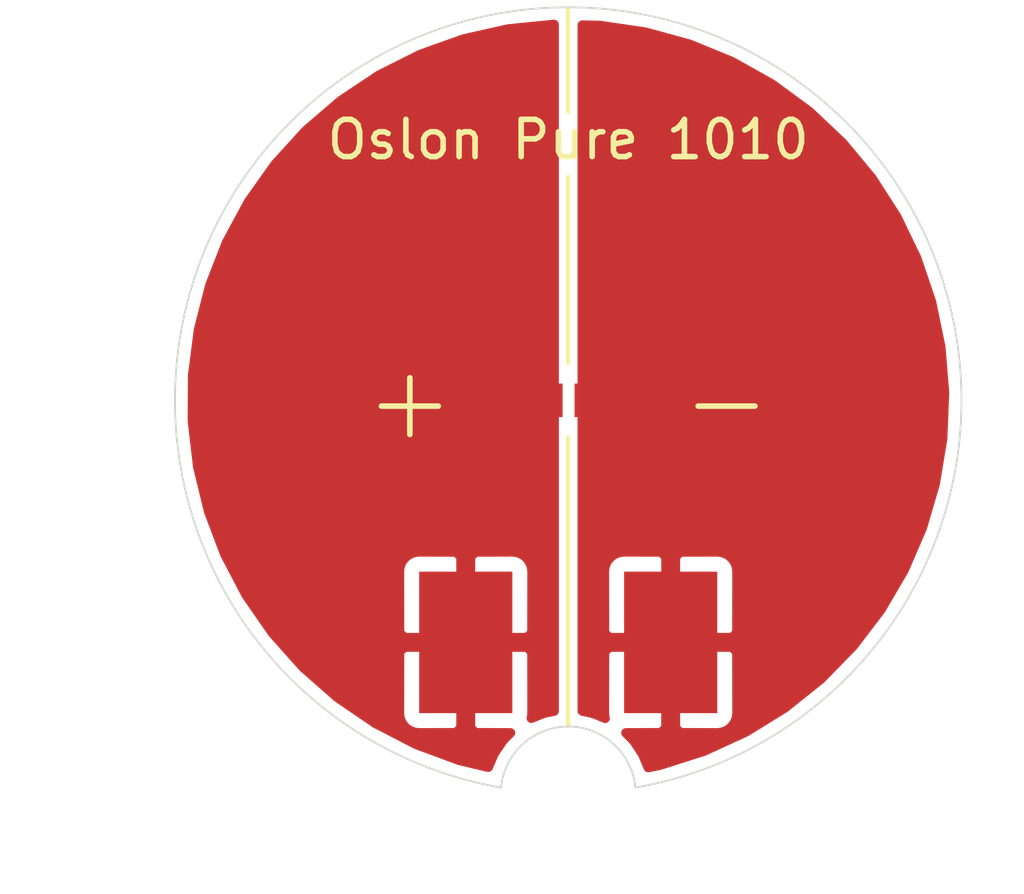
<source format=kicad_pcb>
(kicad_pcb (version 20171130) (host pcbnew "(5.1.6)-1")

  (general
    (thickness 1.6)
    (drawings 15)
    (tracks 0)
    (zones 0)
    (modules 3)
    (nets 3)
  )

  (page A4)
  (layers
    (0 F.Cu signal)
    (31 B.Cu signal)
    (32 B.Adhes user)
    (33 F.Adhes user)
    (34 B.Paste user)
    (35 F.Paste user)
    (36 B.SilkS user)
    (37 F.SilkS user)
    (38 B.Mask user)
    (39 F.Mask user)
    (40 Dwgs.User user)
    (41 Cmts.User user)
    (42 Eco1.User user)
    (43 Eco2.User user)
    (44 Edge.Cuts user)
    (45 Margin user)
    (46 B.CrtYd user)
    (47 F.CrtYd user)
    (48 B.Fab user)
    (49 F.Fab user)
  )

  (setup
    (last_trace_width 0.25)
    (trace_clearance 0.2)
    (zone_clearance 0.3)
    (zone_45_only no)
    (trace_min 0.2)
    (via_size 0.8)
    (via_drill 0.4)
    (via_min_size 0.4)
    (via_min_drill 0.3)
    (uvia_size 0.3)
    (uvia_drill 0.1)
    (uvias_allowed no)
    (uvia_min_size 0.2)
    (uvia_min_drill 0.1)
    (edge_width 0.05)
    (segment_width 0.2)
    (pcb_text_width 0.3)
    (pcb_text_size 1.5 1.5)
    (mod_edge_width 0.12)
    (mod_text_size 1 1)
    (mod_text_width 0.15)
    (pad_size 1.524 1.524)
    (pad_drill 0.762)
    (pad_to_mask_clearance 0.05)
    (aux_axis_origin 0 0)
    (visible_elements 7FFFFFFF)
    (pcbplotparams
      (layerselection 0x010a8_7fffffff)
      (usegerberextensions false)
      (usegerberattributes true)
      (usegerberadvancedattributes true)
      (creategerberjobfile true)
      (excludeedgelayer true)
      (linewidth 0.100000)
      (plotframeref false)
      (viasonmask false)
      (mode 1)
      (useauxorigin false)
      (hpglpennumber 1)
      (hpglpenspeed 20)
      (hpglpendiameter 15.000000)
      (psnegative false)
      (psa4output false)
      (plotreference true)
      (plotvalue true)
      (plotinvisibletext false)
      (padsonsilk false)
      (subtractmaskfromsilk false)
      (outputformat 1)
      (mirror false)
      (drillshape 0)
      (scaleselection 1)
      (outputdirectory "Gerber/"))
  )

  (net 0 "")
  (net 1 "Net-(D1-Pad2)")
  (net 2 "Net-(D1-Pad1)")

  (net_class Default "This is the default net class."
    (clearance 0.2)
    (trace_width 0.25)
    (via_dia 0.8)
    (via_drill 0.4)
    (uvia_dia 0.3)
    (uvia_drill 0.1)
    (add_net "Net-(D1-Pad1)")
    (add_net "Net-(D1-Pad2)")
  )

  (module Custom:Starboard_wire_pad (layer F.Cu) (tedit 62F34CD3) (tstamp 62F39F54)
    (at 154.75 111.5 90)
    (path /62F495B3)
    (zone_connect 1)
    (fp_text reference J2 (at 0 0.5 90) (layer Dwgs.User)
      (effects (font (size 1 1) (thickness 0.15)))
    )
    (fp_text value Conn_01x01_Male (at 0 -0.5 90) (layer F.Fab)
      (effects (font (size 1 1) (thickness 0.15)))
    )
    (pad 1 smd rect (at 0 0 90) (size 3.8 2.5) (layers F.Cu F.Paste F.Mask)
      (net 2 "Net-(D1-Pad1)") (zone_connect 1))
  )

  (module Custom:Starboard_wire_pad (layer F.Cu) (tedit 62F34CD3) (tstamp 62F39F4A)
    (at 160.25 111.5 90)
    (path /62F49F62)
    (zone_connect 1)
    (fp_text reference J1 (at 0 0.5 90) (layer Dwgs.User)
      (effects (font (size 1 1) (thickness 0.15)))
    )
    (fp_text value Conn_01x01_Male (at 0 -0.5 90) (layer F.Fab)
      (effects (font (size 1 1) (thickness 0.15)))
    )
    (pad 1 smd rect (at 0 0 90) (size 3.8 2.5) (layers F.Cu F.Paste F.Mask)
      (net 1 "Net-(D1-Pad2)") (zone_connect 1))
  )

  (module Custom:Oslon_Pure_1010 (layer F.Cu) (tedit 62F348DE) (tstamp 62F39FA3)
    (at 157.22 105 90)
    (path /62F44504)
    (fp_text reference D1 (at 0.4 -1.6 90) (layer F.CrtYd)
      (effects (font (size 1 1) (thickness 0.15)))
    )
    (fp_text value LED (at 0 2.8 90) (layer F.Fab)
      (effects (font (size 1 1) (thickness 0.15)))
    )
    (pad 2 smd rect (at 0 0.58 90) (size 0.9 0.26) (layers F.Cu F.Paste F.Mask)
      (net 1 "Net-(D1-Pad2)"))
    (pad 1 smd rect (at 0 0 90) (size 0.9 0.26) (layers F.Cu F.Paste F.Mask)
      (net 2 "Net-(D1-Pad1)"))
    (model "${KIPRJMOD}/GG VJLPE1_F3_20200622_geometry.STEP"
      (offset (xyz 0 -0.25 0))
      (scale (xyz 1 1 1))
      (rotate (xyz 0 0 0))
    )
  )

  (gr_line (start 155.699999 115.399999) (end 155.700002 115.369998) (layer Edge.Cuts) (width 0.05) (tstamp 62F5982F))
  (gr_line (start 159.299999 115.399999) (end 159.299998 115.37) (layer Edge.Cuts) (width 0.05) (tstamp 62F59827))
  (gr_line (start 155.75 115.25) (end 159.25 115.25) (layer Dwgs.User) (width 0.15))
  (gr_arc (start 157.5 115.57) (end 159.299998 115.37) (angle -167.3195536) (layer Edge.Cuts) (width 0.05))
  (gr_line (start 157.5 97.25) (end 157.5 94.5) (layer F.SilkS) (width 0.12))
  (gr_line (start 157.5 104) (end 157.5 99) (layer F.SilkS) (width 0.12))
  (gr_text "Oslon Pure 1010" (at 157.5 98) (layer F.SilkS)
    (effects (font (size 1 1) (thickness 0.15)))
  )
  (gr_text - (at 161.75 105) (layer F.SilkS)
    (effects (font (size 2 2) (thickness 0.15)))
  )
  (gr_text + (at 153.25 105) (layer F.SilkS)
    (effects (font (size 2 2) (thickness 0.15)))
  )
  (gr_line (start 157.5 106) (end 157.5 113.75) (layer F.SilkS) (width 0.12))
  (gr_arc (start 157.5 105) (end 159.299999 115.399999) (angle -340.3613987) (layer Edge.Cuts) (width 0.05))
  (gr_line (start 157.5 105) (end 157.5 115.5) (layer Dwgs.User) (width 0.15) (tstamp 62F39FD7))
  (gr_line (start 157.5 105) (end 157.5 94.5) (layer Dwgs.User) (width 0.15) (tstamp 62F39FD6))
  (gr_line (start 157.5 105) (end 168 105) (layer Dwgs.User) (width 0.15) (tstamp 62F39FD5))
  (gr_line (start 157.5 105) (end 147 105) (layer Dwgs.User) (width 0.15) (tstamp 62F39FD4))

  (zone (net 2) (net_name "Net-(D1-Pad1)") (layer F.Cu) (tstamp 62F3A19E) (hatch edge 0.508)
    (connect_pads yes (clearance 0.3))
    (min_thickness 0.254)
    (fill yes (arc_segments 32) (thermal_gap 0.4) (thermal_bridge_width 0.508))
    (polygon
      (pts
        (xy 157.25 116) (xy 142.25 116) (xy 142.25 94.25) (xy 157.25 94.25)
      )
    )
    (filled_polygon
      (pts
        (xy 157.123 94.905712) (xy 157.123 113.346783) (xy 156.901689 113.389239) (xy 156.862415 113.400842) (xy 156.822954 113.411904)
        (xy 156.817095 113.414231) (xy 156.817089 113.414233) (xy 156.817084 113.414236) (xy 156.508456 113.539304) (xy 156.519375 113.50331)
        (xy 156.52955 113.4) (xy 156.527 111.75875) (xy 156.39525 111.627) (xy 154.877 111.627) (xy 154.877 113.79525)
        (xy 155.00875 113.927) (xy 155.953063 113.929429) (xy 155.794838 114.084698) (xy 155.768518 114.116132) (xy 155.741802 114.147148)
        (xy 155.738205 114.152334) (xy 155.538816 114.444187) (xy 155.519103 114.480135) (xy 155.49892 114.515749) (xy 155.496399 114.521535)
        (xy 155.357495 114.846558) (xy 155.355184 114.853871) (xy 154.577004 114.66964) (xy 153.42036 114.241341) (xy 152.324534 113.675275)
        (xy 151.921289 113.4) (xy 152.97045 113.4) (xy 152.980625 113.50331) (xy 153.01076 113.60265) (xy 153.059695 113.694202)
        (xy 153.125552 113.774448) (xy 153.205798 113.840305) (xy 153.29735 113.88924) (xy 153.39669 113.919375) (xy 153.5 113.92955)
        (xy 154.49125 113.927) (xy 154.623 113.79525) (xy 154.623 111.627) (xy 153.10475 111.627) (xy 152.973 111.75875)
        (xy 152.97045 113.4) (xy 151.921289 113.4) (xy 151.305859 112.979878) (xy 150.379529 112.165524) (xy 149.559347 111.244348)
        (xy 148.857542 110.230082) (xy 148.527013 109.6) (xy 152.97045 109.6) (xy 152.973 111.24125) (xy 153.10475 111.373)
        (xy 154.623 111.373) (xy 154.623 109.20475) (xy 154.877 109.20475) (xy 154.877 111.373) (xy 156.39525 111.373)
        (xy 156.527 111.24125) (xy 156.52955 109.6) (xy 156.519375 109.49669) (xy 156.48924 109.39735) (xy 156.440305 109.305798)
        (xy 156.374448 109.225552) (xy 156.294202 109.159695) (xy 156.20265 109.11076) (xy 156.10331 109.080625) (xy 156 109.07045)
        (xy 155.00875 109.073) (xy 154.877 109.20475) (xy 154.623 109.20475) (xy 154.49125 109.073) (xy 153.5 109.07045)
        (xy 153.39669 109.080625) (xy 153.29735 109.11076) (xy 153.205798 109.159695) (xy 153.125552 109.225552) (xy 153.059695 109.305798)
        (xy 153.01076 109.39735) (xy 152.980625 109.49669) (xy 152.97045 109.6) (xy 148.527013 109.6) (xy 148.284574 109.137845)
        (xy 147.848986 107.983919) (xy 147.557276 106.785522) (xy 147.413787 105.560497) (xy 147.420661 104.32712) (xy 147.577795 103.103768)
        (xy 147.882847 101.908688) (xy 148.331263 100.759705) (xy 148.916368 99.673921) (xy 149.629437 98.667538) (xy 150.459836 97.755558)
        (xy 151.395186 96.951578) (xy 152.421552 96.267577) (xy 153.523613 95.713763) (xy 154.684965 95.29838) (xy 155.888278 95.027628)
        (xy 157.115616 94.905542)
      )
    )
  )
  (zone (net 1) (net_name "Net-(D1-Pad2)") (layer F.Cu) (tstamp 62F3A19B) (hatch edge 0.508)
    (connect_pads yes (clearance 0.3))
    (min_thickness 0.254)
    (fill yes (arc_segments 32) (thermal_gap 0.4) (thermal_bridge_width 0.508))
    (polygon
      (pts
        (xy 169.75 116) (xy 157.75 116) (xy 157.75 94.25) (xy 169.75 94.25)
      )
    )
    (filled_polygon
      (pts
        (xy 158.348682 94.933939) (xy 159.569107 95.1124) (xy 160.758678 95.43826) (xy 161.89967 95.906665) (xy 162.975079 96.510633)
        (xy 163.968856 97.24115) (xy 164.866207 98.087342) (xy 165.653741 99.036583) (xy 166.319722 100.074723) (xy 166.854222 101.186291)
        (xy 167.24927 102.354707) (xy 167.498981 103.562563) (xy 167.599629 104.791849) (xy 167.549716 106.024238) (xy 167.349984 107.241354)
        (xy 167.003414 108.425052) (xy 166.515166 109.557699) (xy 165.892524 110.622399) (xy 165.144765 111.603287) (xy 164.283047 112.485727)
        (xy 163.320205 113.256577) (xy 162.270601 113.904337) (xy 161.149878 114.419354) (xy 159.969771 114.795537) (xy 159.647621 114.864012)
        (xy 159.515912 114.545405) (xy 159.496644 114.509258) (xy 159.477878 114.472837) (xy 159.474419 114.467564) (xy 159.474416 114.467559)
        (xy 159.474412 114.467555) (xy 159.278509 114.17336) (xy 159.252562 114.141614) (xy 159.227102 114.10956) (xy 159.222682 114.105055)
        (xy 159.04791 113.929427) (xy 159.99125 113.927) (xy 160.123 113.79525) (xy 160.123 111.627) (xy 160.377 111.627)
        (xy 160.377 113.79525) (xy 160.50875 113.927) (xy 161.5 113.92955) (xy 161.60331 113.919375) (xy 161.70265 113.88924)
        (xy 161.794202 113.840305) (xy 161.874448 113.774448) (xy 161.940305 113.694202) (xy 161.98924 113.60265) (xy 162.019375 113.50331)
        (xy 162.02955 113.4) (xy 162.027 111.75875) (xy 161.89525 111.627) (xy 160.377 111.627) (xy 160.123 111.627)
        (xy 158.60475 111.627) (xy 158.473 111.75875) (xy 158.47045 113.4) (xy 158.480625 113.50331) (xy 158.492183 113.541412)
        (xy 158.208467 113.422497) (xy 158.169326 113.410426) (xy 158.130345 113.397805) (xy 158.12417 113.396499) (xy 157.877 113.346031)
        (xy 157.877 109.6) (xy 158.47045 109.6) (xy 158.473 111.24125) (xy 158.60475 111.373) (xy 160.123 111.373)
        (xy 160.123 109.20475) (xy 160.377 109.20475) (xy 160.377 111.373) (xy 161.89525 111.373) (xy 162.027 111.24125)
        (xy 162.02955 109.6) (xy 162.019375 109.49669) (xy 161.98924 109.39735) (xy 161.940305 109.305798) (xy 161.874448 109.225552)
        (xy 161.794202 109.159695) (xy 161.70265 109.11076) (xy 161.60331 109.080625) (xy 161.5 109.07045) (xy 160.50875 109.073)
        (xy 160.377 109.20475) (xy 160.123 109.20475) (xy 159.99125 109.073) (xy 159 109.07045) (xy 158.89669 109.080625)
        (xy 158.79735 109.11076) (xy 158.705798 109.159695) (xy 158.625552 109.225552) (xy 158.559695 109.305798) (xy 158.51076 109.39735)
        (xy 158.480625 109.49669) (xy 158.47045 109.6) (xy 157.877 109.6) (xy 157.877 94.923076)
      )
    )
  )
)

</source>
